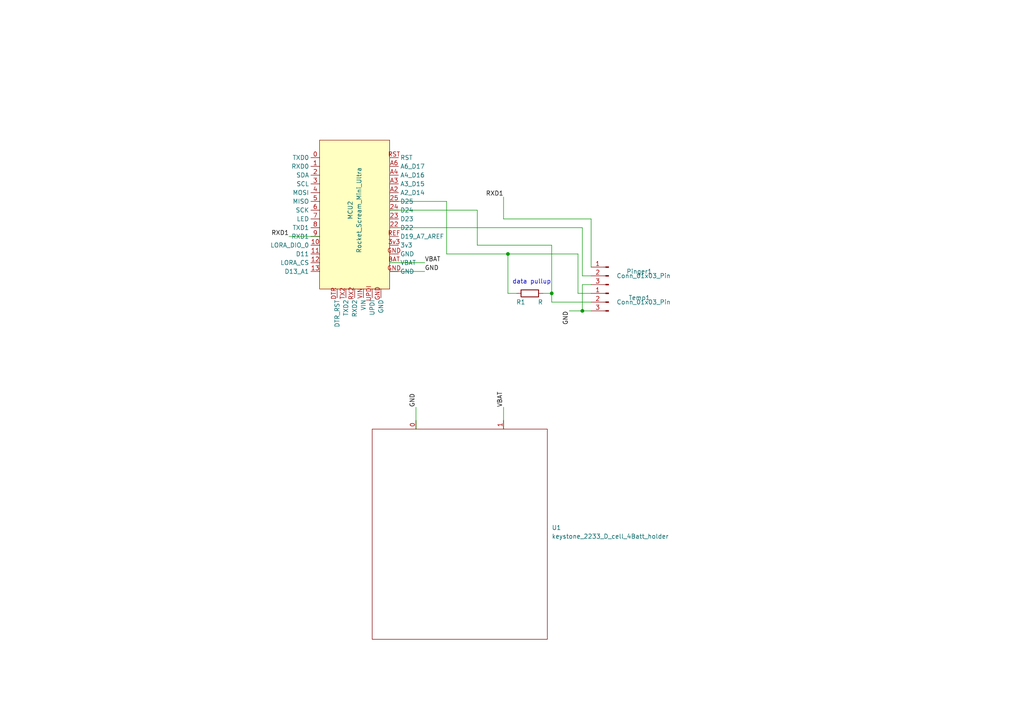
<source format=kicad_sch>
(kicad_sch (version 20230121) (generator eeschema)
  (paper "A4")
  (lib_symbols
    (symbol "Connector:Conn_01x03_Pin" (pin_names (offset 1.016) hide)
      (property "Reference" "J" (at 0 5.08 0))
      (property "Value" "Conn_01x03_Pin" (at 0 -5.08 0))
      (symbol "Conn_01x03_Pin_1_1"
        (polyline (pts (xy 1.27 -2.54) (xy 0.8636 -2.54)) (stroke (width 0.1524)))
        (polyline (pts (xy 1.27 0) (xy 0.8636 0)) (stroke (width 0.1524)))
        (polyline (pts (xy 1.27 2.54) (xy 0.8636 2.54)) (stroke (width 0.1524)))
        (rectangle (start 0.8636 -2.413) (end 0 -2.667) (stroke (width 0.1524)) (fill (type outline)))
        (rectangle (start 0.8636 0.127) (end 0 -0.127) (stroke (width 0.1524)) (fill (type outline)))
        (rectangle (start 0.8636 2.667) (end 0 2.413) (stroke (width 0.1524)) (fill (type outline)))
        (pin passive line (at 5.08 2.54 180) (length 3.81) (name "Pin_1") (number "1"))
        (pin passive line (at 5.08 0 180) (length 3.81) (name "Pin_2") (number "2"))
        (pin passive line (at 5.08 -2.54 180) (length 3.81) (name "Pin_3") (number "3"))
      )
    )
    (symbol "Device:R" (pin_numbers hide) (pin_names (offset 0))
      (property "Reference" "R" (at 2.032 0 90))
      (property "Value" "R" (at 0 0 90))
      (symbol "R_0_1"
        (rectangle (start -1.016 -2.54) (end 1.016 2.54) (stroke (width 0.254)))
      )
      (symbol "R_1_1"
        (pin passive line (at 0 3.81 270) (length 1.27) (name "~") (number "1"))
        (pin passive line (at 0 -3.81 90) (length 1.27) (name "~") (number "2"))
      )
    )
    (symbol "Device:keystone_2233_D_cell_4Batt_holder"
      (property "Reference" "U" (at 0 0 0))
      (property "Value" "keystone_2233_D_cell_4Batt_holder" (at 0 0 0))
      (symbol "keystone_2233_D_cell_4Batt_holder_0_1"
        (rectangle (start -25.4 30.48) (end 25.4 -30.48))
      )
      (symbol "keystone_2233_D_cell_4Batt_holder_1_1"
        (pin power_out line (at -12.7 30.48 90) (length 2.54) (name "") (number "0"))
        (pin power_out line (at 12.7 30.48 90) (length 2.54) (name "") (number "1"))
      )
    )
    (symbol "MCU_Module:Rocket_Scream_Mini_Ultra"
      (property "Reference" "MCU" (at 0 0 90))
      (property "Value" "Rocket_Scream_Mini_Ultra" (at 1.27 0 90))
      (symbol "Rocket_Scream_Mini_Ultra_1_1"
        (rectangle (start -10.16 20.32) (end 10.16 -22.86) (fill (type background)))
        (pin output line (at -10.16 15.24 180) (length 2.54) (name "TXD0") (number "0"))
        (pin input line (at -10.16 12.7 180) (length 2.54) (name "RXD0") (number "1"))
        (pin bidirectional line (at -10.16 -10.16 180) (length 2.54) (name "LORA_DIO_0") (number "10"))
        (pin unspecified line (at -10.16 -12.7 180) (length 2.54) (name "D11") (number "11"))
        (pin output line (at -10.16 -15.24 180) (length 2.54) (name "LORA_CS") (number "12"))
        (pin bidirectional line (at -10.16 -17.78 180) (length 2.54) (name "D13_A1") (number "13"))
        (pin bidirectional line (at -10.16 10.16 180) (length 2.54) (name "SDA") (number "2"))
        (pin bidirectional line (at 10.16 -5.08 0) (length 2.54) (name "D22") (number "22"))
        (pin bidirectional line (at 10.16 -2.54 0) (length 2.54) (name "D23") (number "23"))
        (pin bidirectional line (at 10.16 0 0) (length 2.54) (name "D24") (number "24"))
        (pin bidirectional line (at 10.16 2.54 0) (length 2.54) (name "D25") (number "25"))
        (pin output line (at -10.16 7.62 180) (length 2.54) (name "SCL") (number "3"))
        (pin power_out line (at 10.16 -10.16 0) (length 2.54) (name "3v3") (number "3v3"))
        (pin output line (at -10.16 5.08 180) (length 2.54) (name "MOSI") (number "4"))
        (pin input line (at -10.16 2.54 180) (length 2.54) (name "MISO") (number "5"))
        (pin output line (at -10.16 0 180) (length 2.54) (name "SCK") (number "6"))
        (pin bidirectional line (at -10.16 -2.54 180) (length 2.54) (name "LED") (number "7"))
        (pin output line (at -10.16 -5.08 180) (length 2.54) (name "TXD1") (number "8"))
        (pin input line (at -10.16 -7.62 180) (length 2.54) (name "RXD1") (number "9"))
        (pin bidirectional line (at 10.16 5.08 0) (length 2.54) (name "A2_D14") (number "A2"))
        (pin bidirectional line (at 10.16 7.62 0) (length 2.54) (name "A3_D15") (number "A3"))
        (pin bidirectional line (at 10.16 10.16 0) (length 2.54) (name "A4_D16") (number "A4"))
        (pin bidirectional line (at 10.16 12.7 0) (length 2.54) (name "A6_D17") (number "A6"))
        (pin power_out line (at 10.16 -15.24 0) (length 2.54) (name "VBAT") (number "BAT"))
        (pin input line (at -5.08 -22.86 270) (length 2.54) (name "DTR_RST") (number "DTR"))
        (pin power_out line (at 7.62 -22.86 270) (length 2.54) (name "GND") (number "GND"))
        (pin power_out line (at 10.16 -17.78 0) (length 2.54) (name "GND") (number "GND"))
        (pin power_out line (at 10.16 -12.7 0) (length 2.54) (name "GND") (number "GND"))
        (pin bidirectional line (at 10.16 -7.62 0) (length 2.54) (name "D19_A7_AREF") (number "REF"))
        (pin input line (at 10.16 15.24 0) (length 2.54) (name "RST") (number "RST"))
        (pin input line (at 0 -22.86 270) (length 2.54) (name "RXD2") (number "RX2"))
        (pin output line (at -2.54 -22.86 270) (length 2.54) (name "TXD2") (number "TX2"))
        (pin bidirectional line (at 5.08 -22.86 270) (length 2.54) (name "UPDI") (number "UPDI"))
        (pin power_in line (at 2.54 -22.86 270) (length 2.54) (name "VIN") (number "VIN"))
      )
    )
  )
  (junction (at 168.91 90.17))
  (junction (at 147.32 73.66))
  (junction (at 160.02 85.09))
  (wire (pts (xy 146.05 63.5) (xy 171.45 63.5)))
  (wire (pts (xy 168.91 82.55) (xy 168.91 90.17)))
  (wire (pts (xy 129.54 73.66) (xy 129.54 58.42)))
  (wire (pts (xy 168.91 90.17) (xy 171.45 90.17)))
  (wire (pts (xy 171.45 82.55) (xy 168.91 82.55)))
  (wire (pts (xy 168.91 66.04) (xy 168.91 80.01)))
  (wire (pts (xy 120.65 118.11) (xy 120.65 124.46)))
  (wire (pts (xy 147.32 73.66) (xy 167.64 73.66)))
  (wire (pts (xy 146.05 118.11) (xy 146.05 124.46)))
  (wire (pts (xy 113.03 76.2) (xy 123.19 76.2)))
  (wire (pts (xy 171.45 85.09) (xy 167.64 85.09)))
  (wire (pts (xy 168.91 66.04) (xy 113.03 66.04)))
  (wire (pts (xy 129.54 73.66) (xy 147.32 73.66)))
  (wire (pts (xy 113.03 78.74) (xy 123.19 78.74)))
  (wire (pts (xy 171.45 63.5) (xy 171.45 77.47)))
  (wire (pts (xy 147.32 73.66) (xy 147.32 85.09)))
  (wire (pts (xy 160.02 85.09) (xy 160.02 87.63)))
  (wire (pts (xy 157.48 85.09) (xy 160.02 85.09)))
  (wire (pts (xy 138.43 60.96) (xy 138.43 71.12)))
  (wire (pts (xy 168.91 80.01) (xy 171.45 80.01)))
  (wire (pts (xy 149.86 85.09) (xy 147.32 85.09)))
  (wire (pts (xy 129.54 58.42) (xy 113.03 58.42)))
  (wire (pts (xy 146.05 57.15) (xy 146.05 63.5)))
  (wire (pts (xy 165.1 90.17) (xy 168.91 90.17)))
  (wire (pts (xy 138.43 60.96) (xy 113.03 60.96)))
  (wire (pts (xy 83.82 68.58) (xy 92.71 68.58)))
  (wire (pts (xy 167.64 73.66) (xy 167.64 85.09)))
  (wire (pts (xy 160.02 71.12) (xy 160.02 85.09)))
  (wire (pts (xy 171.45 87.63) (xy 160.02 87.63)))
  (wire (pts (xy 138.43 71.12) (xy 160.02 71.12)))
  (text "data pullup" (at 148.59 82.55 0) (effects (font (size 1.27 1.27)) (justify left bottom)))
  (label "GND" (at 123.19 78.74 0))
  (label "VBAT" (at 123.19 76.2 0))
  (label "VBAT" (at 146.05 118.11 90))
  (label "RXD1" (at 146.05 57.15 180))
  (label "GND" (at 120.65 118.11 90))
  (label "RXD1" (at 83.82 68.58 180))
  (label "GND" (at 165.1 90.17 270))
  (symbol (lib_id "MCU_Module:Rocket_Scream_Mini_Ultra") (at 102.87 60.96 0) (unit 1)
    (property "Reference" "MCU2" (at 101.6 60.96 90))
    (property "Value" "Rocket_Scream_Mini_Ultra" (at 104.14 60.96 90))
    (property "Footprint" "Module:Rocket_Scream_Mini_Ultra" (effects hide))
  )
  (symbol (lib_id "Connector:Conn_01x03_Pin") (at 176.53 87.63 0) (mirror y) (unit 1)
    (property "Reference" "Temp1" (at 185.42 86.36 0))
    (property "Value" "Conn_01x03_Pin" (at 186.69 87.63 0))
    (property "Footprint" "Connector_Molex:Molex_KK-254_AE-6410-03A_1x03_P2.54mm_Vertical" (effects hide))
  )
  (symbol (lib_id "Connector:Conn_01x03_Pin") (at 176.53 80.01 0) (mirror y) (unit 1)
    (property "Reference" "Pinger1" (at 185.42 78.74 0))
    (property "Value" "Conn_01x03_Pin" (at 186.69 80.01 0))
    (property "Footprint" "Connector_Molex:Molex_KK-254_AE-6410-03A_1x03_P2.54mm_Vertical" (effects hide))
  )
  (symbol (lib_id "Device:keystone_2233_D_cell_4Batt_holder") (at 133.35 154.94 0) (unit 1)
    (property "Reference" "U1" (at 160.02 153.035 0) (effects (justify left)))
    (property "Value" "keystone_2233_D_cell_4Batt_holder" (at 160.02 155.575 0) (effects (justify left)))
    (property "Footprint" "Battery:BatteryHolder_Keystone_2233_4Cell" (effects hide))
  )
  (symbol (lib_id "Device:R") (at 153.67 85.09 90) (unit 1)
    (property "Reference" "R1" (at 152.4 87.63 90) (effects (justify left)))
    (property "Value" "R" (at 157.48 87.63 90) (effects (justify left)))
    (property "Footprint" "Resistor_THT:R_Axial_DIN0204_L3.6mm_D1.6mm_P7.62mm_Horizontal" (effects hide))
  )
)
</source>
